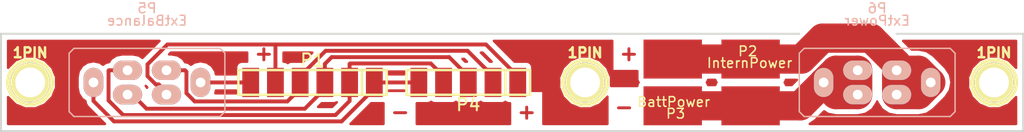
<source format=kicad_pcb>
(kicad_pcb (version 4) (host pcbnew "(2014-08-26 BZR 5100)-product")

  (general
    (links 19)
    (no_connects 0)
    (area 47.899999 134.155 153.100001 148.100001)
    (thickness 1.6)
    (drawings 10)
    (tracks 74)
    (zones 0)
    (modules 9)
    (nets 9)
  )

  (page A4)
  (layers
    (0 F.Cu signal)
    (31 B.Cu signal)
    (32 B.Adhes user)
    (33 F.Adhes user)
    (34 B.Paste user)
    (35 F.Paste user)
    (36 B.SilkS user)
    (37 F.SilkS user)
    (38 B.Mask user)
    (39 F.Mask user)
    (40 Dwgs.User user)
    (41 Cmts.User user)
    (42 Eco1.User user)
    (43 Eco2.User user)
    (44 Edge.Cuts user)
    (45 Margin user)
    (46 B.CrtYd user)
    (47 F.CrtYd user)
    (48 B.Fab user)
    (49 F.Fab user)
  )

  (setup
    (last_trace_width 0.4)
    (trace_clearance 0.25)
    (zone_clearance 0.508)
    (zone_45_only no)
    (trace_min 0.254)
    (segment_width 0.2)
    (edge_width 0.1)
    (via_size 0.889)
    (via_drill 0.635)
    (via_min_size 0.889)
    (via_min_drill 0.508)
    (uvia_size 0.508)
    (uvia_drill 0.127)
    (uvias_allowed no)
    (uvia_min_size 0.508)
    (uvia_min_drill 0.127)
    (pcb_text_width 0.3)
    (pcb_text_size 1.5 1.5)
    (mod_edge_width 0.15)
    (mod_text_size 1 1)
    (mod_text_width 0.15)
    (pad_size 1.7272 3)
    (pad_drill 0)
    (pad_to_mask_clearance 0)
    (aux_axis_origin 0 0)
    (visible_elements FFFFFF7F)
    (pcbplotparams
      (layerselection 0x00030_80000001)
      (usegerberextensions false)
      (excludeedgelayer true)
      (linewidth 0.200000)
      (plotframeref false)
      (viasonmask false)
      (mode 1)
      (useauxorigin false)
      (hpglpennumber 1)
      (hpglpenspeed 20)
      (hpglpendiameter 15)
      (hpglpenoverlay 2)
      (psnegative false)
      (psa4output false)
      (plotreference true)
      (plotvalue true)
      (plotinvisibletext false)
      (padsonsilk false)
      (subtractmaskfromsilk false)
      (outputformat 1)
      (mirror false)
      (drillshape 1)
      (scaleselection 1)
      (outputdirectory ""))
  )

  (net 0 "")
  (net 1 "Net-(P1-Pad5)")
  (net 2 "Net-(P1-Pad4)")
  (net 3 "Net-(P1-Pad3)")
  (net 4 "Net-(P1-Pad2)")
  (net 5 "Net-(P1-Pad1)")
  (net 6 "Net-(P1-Pad6)")
  (net 7 /Power-)
  (net 8 /Power+)

  (net_class Default "This is the default net class."
    (clearance 0.25)
    (trace_width 0.4)
    (via_dia 0.889)
    (via_drill 0.635)
    (uvia_dia 0.508)
    (uvia_drill 0.127)
    (add_net "Net-(P1-Pad1)")
    (add_net "Net-(P1-Pad2)")
    (add_net "Net-(P1-Pad3)")
    (add_net "Net-(P1-Pad4)")
    (add_net "Net-(P1-Pad5)")
    (add_net "Net-(P1-Pad6)")
  )

  (net_class Power ""
    (clearance 0.3)
    (trace_width 3)
    (via_dia 0.889)
    (via_drill 0.635)
    (uvia_dia 0.508)
    (uvia_drill 0.127)
    (add_net /Power+)
    (add_net /Power-)
  )

  (module "Battery System:PowerConnect_Handsolder" (layer F.Cu) (tedit 53FCA836) (tstamp 53FF30F4)
    (at 117 143)
    (path /53FC93C6)
    (fp_text reference P3 (at 0.3 3.2) (layer F.SilkS)
      (effects (font (size 1 1) (thickness 0.15)))
    )
    (fp_text value BattPower (at 0.1 2) (layer F.SilkS)
      (effects (font (size 1 1) (thickness 0.15)))
    )
    (pad 1 smd rect (at 0 -2.4) (size 6 4) (layers F.Cu F.Paste F.Mask)
      (net 8 /Power+))
    (pad 2 smd rect (at 0 2.4) (size 6 4) (layers F.Cu F.Paste F.Mask)
      (net 7 /Power-))
  )

  (module Pin_Headers:Pin_Header_Straight_1x05 (layer F.Cu) (tedit 53FF3670) (tstamp 53FF3104)
    (at 96 143 180)
    (descr "1 pin")
    (tags "CONN DEV")
    (path /53FC9493)
    (fp_text reference P4 (at 0 -2.286 180) (layer F.SilkS)
      (effects (font (size 1.27 1.27) (thickness 0.2032)))
    )
    (fp_text value BattBalance (at 0 0 180) (layer F.SilkS) hide
      (effects (font (size 1.27 1.27) (thickness 0.2032)))
    )
    (fp_line (start -3.81 -1.27) (end 6.35 -1.27) (layer F.SilkS) (width 0.254))
    (fp_line (start 6.35 -1.27) (end 6.35 1.27) (layer F.SilkS) (width 0.254))
    (fp_line (start 6.35 1.27) (end -3.81 1.27) (layer F.SilkS) (width 0.254))
    (fp_line (start -6.35 -1.27) (end -3.81 -1.27) (layer F.SilkS) (width 0.254))
    (fp_line (start -3.81 -1.27) (end -3.81 1.27) (layer F.SilkS) (width 0.254))
    (fp_line (start -6.35 -1.27) (end -6.35 1.27) (layer F.SilkS) (width 0.254))
    (fp_line (start -6.35 1.27) (end -3.81 1.27) (layer F.SilkS) (width 0.254))
    (pad 1 smd rect (at -5.08 0) (size 1.7272 3) (layers F.Cu F.Paste F.Mask)
      (net 1 "Net-(P1-Pad5)"))
    (pad 2 smd rect (at -2.54 0) (size 1.7272 3) (layers F.Cu F.Paste F.Mask)
      (net 2 "Net-(P1-Pad4)"))
    (pad 3 smd rect (at 0 0) (size 1.7272 3) (layers F.Cu F.Paste F.Mask)
      (net 3 "Net-(P1-Pad3)"))
    (pad 4 smd rect (at 2.54 0) (size 1.7272 3) (layers F.Cu F.Paste F.Mask)
      (net 4 "Net-(P1-Pad2)"))
    (pad 5 smd rect (at 5.08 0) (size 1.7272 3) (layers F.Cu F.Paste F.Mask)
      (net 5 "Net-(P1-Pad1)"))
    (model Pin_Headers/Pin_Header_Straight_1x05.wrl
      (at (xyz 0 0 0))
      (scale (xyz 1 1 1))
      (rotate (xyz 0 0 0))
    )
  )

  (module Socket_Strips:Socket_Strip_Straight_1x06 (layer F.Cu) (tedit 53FF365A) (tstamp 53FF33DA)
    (at 80 143)
    (path /53FCA28B)
    (fp_text reference P1 (at 0 -2.286) (layer F.SilkS)
      (effects (font (size 1.27 1.27) (thickness 0.2032)))
    )
    (fp_text value InternBalance (at 0 0) (layer F.SilkS) hide
      (effects (font (size 1.27 1.27) (thickness 0.2032)))
    )
    (fp_line (start 5.08 -1.27) (end -7.62 -1.27) (layer F.SilkS) (width 0.254))
    (fp_line (start -7.62 -1.27) (end -7.62 1.27) (layer F.SilkS) (width 0.254))
    (fp_line (start -7.62 1.27) (end 5.08 1.27) (layer F.SilkS) (width 0.254))
    (fp_line (start 7.62 -1.27) (end 5.08 -1.27) (layer F.SilkS) (width 0.254))
    (fp_line (start 5.08 -1.27) (end 5.08 1.27) (layer F.SilkS) (width 0.254))
    (fp_line (start 7.62 -1.27) (end 7.62 1.27) (layer F.SilkS) (width 0.254))
    (fp_line (start 7.62 1.27) (end 5.08 1.27) (layer F.SilkS) (width 0.254))
    (pad 1 smd rect (at 6.35 0 180) (size 1.7272 3) (layers F.Cu F.Paste F.Mask)
      (net 5 "Net-(P1-Pad1)"))
    (pad 2 smd rect (at 3.81 0 180) (size 1.7272 3) (layers F.Cu F.Paste F.Mask)
      (net 4 "Net-(P1-Pad2)"))
    (pad 3 smd rect (at 1.27 0 180) (size 1.7272 3) (layers F.Cu F.Paste F.Mask)
      (net 3 "Net-(P1-Pad3)"))
    (pad 4 smd rect (at -1.27 0 180) (size 1.7272 3) (layers F.Cu F.Paste F.Mask)
      (net 2 "Net-(P1-Pad4)"))
    (pad 5 smd rect (at -3.81 0 180) (size 1.7272 3) (layers F.Cu F.Paste F.Mask)
      (net 1 "Net-(P1-Pad5)"))
    (pad 6 smd rect (at -6.35 0 180) (size 1.7272 3) (layers F.Cu F.Paste F.Mask)
      (net 6 "Net-(P1-Pad6)"))
    (model Socket_Strips/Socket_Strip_Straight_1x06.wrl
      (at (xyz 0 0 0))
      (scale (xyz 1 1 1))
      (rotate (xyz 0 0 0))
    )
  )

  (module "Battery System:PowerConnect_Handsolder" (layer F.Cu) (tedit 53FCA836) (tstamp 53FF33E3)
    (at 125 143 180)
    (path /53FCA460)
    (fp_text reference P2 (at 0.3 3.2 180) (layer F.SilkS)
      (effects (font (size 1 1) (thickness 0.15)))
    )
    (fp_text value InternPower (at 0.1 2 180) (layer F.SilkS)
      (effects (font (size 1 1) (thickness 0.15)))
    )
    (pad 1 smd rect (at 0 -2.4 180) (size 6 4) (layers F.Cu F.Paste F.Mask)
      (net 7 /Power-))
    (pad 2 smd rect (at 0 2.4 180) (size 6 4) (layers F.Cu F.Paste F.Mask)
      (net 8 /Power+))
  )

  (module "Battery System:Connector_MPX_6Pin" (layer B.Cu) (tedit 53FF291F) (tstamp 53FF33E8)
    (at 63 143)
    (path /53FC995E)
    (fp_text reference P5 (at 0 -7.62) (layer B.SilkS)
      (effects (font (size 1 1) (thickness 0.15)) (justify mirror))
    )
    (fp_text value ExtBalance (at 0 -6.35) (layer B.SilkS)
      (effects (font (size 1 1) (thickness 0.15)) (justify mirror))
    )
    (fp_line (start -8 0) (end -8 3) (layer B.SilkS) (width 0.15))
    (fp_line (start -8 3) (end -7.5 3.5) (layer B.SilkS) (width 0.15))
    (fp_line (start -7.5 3.5) (end 7.5 3.5) (layer B.SilkS) (width 0.15))
    (fp_line (start 7.5 3.5) (end 8 3) (layer B.SilkS) (width 0.15))
    (fp_line (start 8 3) (end 8 -3) (layer B.SilkS) (width 0.15))
    (fp_line (start 8 -3) (end 7.5 -3.5) (layer B.SilkS) (width 0.15))
    (fp_line (start 7.5 -3.5) (end -7.5 -3.5) (layer B.SilkS) (width 0.15))
    (fp_line (start -7.5 -3.5) (end -8 -3) (layer B.SilkS) (width 0.15))
    (fp_line (start -8 -3) (end -8 0) (layer B.SilkS) (width 0.15))
    (pad 1 thru_hole oval (at -5.5 0 180) (size 2 3) (drill 1) (layers *.Cu *.Mask B.SilkS)
      (net 5 "Net-(P1-Pad1)"))
    (pad 2 thru_hole oval (at -2 -1.25 180) (size 3 2) (drill 1) (layers *.Cu *.Mask B.SilkS)
      (net 4 "Net-(P1-Pad2)"))
    (pad 3 thru_hole oval (at -2 1.25 180) (size 3 2) (drill 1) (layers *.Cu *.Mask B.SilkS)
      (net 3 "Net-(P1-Pad3)"))
    (pad 4 thru_hole oval (at 2 -1.25 180) (size 3 2) (drill 1) (layers *.Cu *.Mask B.SilkS)
      (net 2 "Net-(P1-Pad4)"))
    (pad 5 thru_hole oval (at 2 1.25 180) (size 3 2) (drill 1) (layers *.Cu *.Mask B.SilkS)
      (net 1 "Net-(P1-Pad5)"))
    (pad 6 thru_hole oval (at 5.5 0 180) (size 2 3) (drill 1) (layers *.Cu *.Mask B.SilkS)
      (net 6 "Net-(P1-Pad6)"))
  )

  (module "Battery System:Connector_MPX_6Pin" (layer B.Cu) (tedit 53FF291F) (tstamp 53FF33F1)
    (at 138 143)
    (path /53FC9565)
    (fp_text reference P6 (at 0 -7.62) (layer B.SilkS)
      (effects (font (size 1 1) (thickness 0.15)) (justify mirror))
    )
    (fp_text value ExtPower (at 0 -6.35) (layer B.SilkS)
      (effects (font (size 1 1) (thickness 0.15)) (justify mirror))
    )
    (fp_line (start -8 0) (end -8 3) (layer B.SilkS) (width 0.15))
    (fp_line (start -8 3) (end -7.5 3.5) (layer B.SilkS) (width 0.15))
    (fp_line (start -7.5 3.5) (end 7.5 3.5) (layer B.SilkS) (width 0.15))
    (fp_line (start 7.5 3.5) (end 8 3) (layer B.SilkS) (width 0.15))
    (fp_line (start 8 3) (end 8 -3) (layer B.SilkS) (width 0.15))
    (fp_line (start 8 -3) (end 7.5 -3.5) (layer B.SilkS) (width 0.15))
    (fp_line (start 7.5 -3.5) (end -7.5 -3.5) (layer B.SilkS) (width 0.15))
    (fp_line (start -7.5 -3.5) (end -8 -3) (layer B.SilkS) (width 0.15))
    (fp_line (start -8 -3) (end -8 0) (layer B.SilkS) (width 0.15))
    (pad 1 thru_hole oval (at -5.5 0 180) (size 2 3) (drill 1) (layers *.Cu *.Mask B.SilkS)
      (net 7 /Power-))
    (pad 2 thru_hole oval (at -2 -1.25 180) (size 3 2) (drill 1) (layers *.Cu *.Mask B.SilkS)
      (net 7 /Power-))
    (pad 3 thru_hole oval (at -2 1.25 180) (size 3 2) (drill 1) (layers *.Cu *.Mask B.SilkS)
      (net 7 /Power-))
    (pad 4 thru_hole oval (at 2 -1.25 180) (size 3 2) (drill 1) (layers *.Cu *.Mask B.SilkS)
      (net 8 /Power+))
    (pad 5 thru_hole oval (at 2 1.25 180) (size 3 2) (drill 1) (layers *.Cu *.Mask B.SilkS)
      (net 8 /Power+))
    (pad 6 thru_hole oval (at 5.5 0 180) (size 2 3) (drill 1) (layers *.Cu *.Mask B.SilkS)
      (net 8 /Power+))
  )

  (module Connect:1pin (layer F.Cu) (tedit 53FF33D4) (tstamp 53FF33FA)
    (at 51 143)
    (descr "module 1 pin (ou trou mecanique de percage)")
    (tags DEV)
    (fp_text reference 1PIN (at 0 -3.048) (layer F.SilkS)
      (effects (font (size 1.016 1.016) (thickness 0.254)))
    )
    (fp_text value P*** (at 0 2.794) (layer F.SilkS) hide
      (effects (font (size 1.016 1.016) (thickness 0.254)))
    )
    (fp_circle (center 0 0) (end 0 -2.286) (layer F.SilkS) (width 0.381))
    (pad 1 thru_hole circle (at 0 0) (size 4.064 4.064) (drill 3.048) (layers *.Cu *.Mask F.SilkS))
  )

  (module Connect:1pin (layer F.Cu) (tedit 53FF33EC) (tstamp 53FF33FC)
    (at 150 143)
    (descr "module 1 pin (ou trou mecanique de percage)")
    (tags DEV)
    (fp_text reference 1PIN (at 0 -3.048) (layer F.SilkS)
      (effects (font (size 1.016 1.016) (thickness 0.254)))
    )
    (fp_text value P*** (at 0 2.794) (layer F.SilkS) hide
      (effects (font (size 1.016 1.016) (thickness 0.254)))
    )
    (fp_circle (center 0 0) (end 0 -2.286) (layer F.SilkS) (width 0.381))
    (pad 1 thru_hole circle (at 0 0) (size 4.064 4.064) (drill 3.048) (layers *.Cu *.Mask F.SilkS))
  )

  (module Connect:1pin (layer F.Cu) (tedit 53FF3515) (tstamp 53FF3515)
    (at 108 143)
    (descr "module 1 pin (ou trou mecanique de percage)")
    (tags DEV)
    (fp_text reference 1PIN (at 0 -3.048) (layer F.SilkS)
      (effects (font (size 1.016 1.016) (thickness 0.254)))
    )
    (fp_text value P*** (at 0 2.794) (layer F.SilkS) hide
      (effects (font (size 1.016 1.016) (thickness 0.254)))
    )
    (fp_circle (center 0 0) (end 0 -2.286) (layer F.SilkS) (width 0.381))
    (pad 1 thru_hole circle (at 0 0) (size 4.064 4.064) (drill 3.048) (layers *.Cu *.Mask F.SilkS))
  )

  (gr_line (start 130 138) (end 48 138) (layer Edge.Cuts) (width 0.2))
  (gr_line (start 153 138) (end 140 138) (layer Edge.Cuts) (width 0.2))
  (gr_text + (at 75 140) (layer F.Cu)
    (effects (font (size 1.5 1.5) (thickness 0.3)))
  )
  (gr_text - (at 89 146) (layer F.Cu)
    (effects (font (size 1.5 1.5) (thickness 0.3)))
  )
  (gr_text + (at 102 146) (layer F.Cu)
    (effects (font (size 1.5 1.5) (thickness 0.3)))
  )
  (gr_text - (at 112 145.5) (layer F.Cu)
    (effects (font (size 1.5 1.5) (thickness 0.3)))
  )
  (gr_text + (at 112.5 140) (layer F.Cu)
    (effects (font (size 1.5 1.5) (thickness 0.3)))
  )
  (gr_line (start 48 138) (end 48 148) (layer Edge.Cuts) (width 0.2))
  (gr_line (start 153 148) (end 153 138) (layer Edge.Cuts) (width 0.2))
  (gr_line (start 48 148) (end 153 148) (layer Edge.Cuts) (width 0.2))

  (segment (start 97.816369 139.099969) (end 76.192636 139.099969) (width 0.4) (layer F.Cu) (net 1))
  (segment (start 76.192636 139.099969) (end 65.099408 139.099969) (width 0.4) (layer F.Cu) (net 1))
  (segment (start 76.19 143) (end 76.19 141.1) (width 0.4) (layer F.Cu) (net 1))
  (segment (start 76.19 141.1) (end 76.192636 141.097364) (width 0.4) (layer F.Cu) (net 1))
  (segment (start 76.192636 141.097364) (end 76.192636 139.099969) (width 0.4) (layer F.Cu) (net 1))
  (segment (start 101.08 143) (end 101.08 142.3636) (width 0.4) (layer F.Cu) (net 1))
  (segment (start 101.08 142.3636) (end 97.816369 139.099969) (width 0.4) (layer F.Cu) (net 1))
  (segment (start 65.099408 139.099969) (end 63.04999 141.149387) (width 0.4) (layer F.Cu) (net 1))
  (segment (start 63.04999 141.149387) (end 63.04999 142.350613) (width 0.4) (layer F.Cu) (net 1))
  (segment (start 63.04999 142.350613) (end 63.899387 143.20001) (width 0.4) (layer F.Cu) (net 1))
  (segment (start 63.899387 143.20001) (end 64.20001 143.20001) (width 0.4) (layer F.Cu) (net 1))
  (segment (start 64.20001 143.20001) (end 65 144) (width 0.4) (layer F.Cu) (net 1))
  (segment (start 65 144) (end 65 144.25) (width 0.4) (layer F.Cu) (net 1))
  (segment (start 65 141.75) (end 66.9 141.75) (width 0.4) (layer F.Cu) (net 2))
  (segment (start 66.9 141.75) (end 67.04999 141.89999) (width 0.4) (layer F.Cu) (net 2))
  (segment (start 67.04999 141.89999) (end 67.04999 144.100613) (width 0.4) (layer F.Cu) (net 2))
  (segment (start 67.04999 144.100613) (end 67.899378 144.950001) (width 0.4) (layer F.Cu) (net 2))
  (segment (start 67.899378 144.950001) (end 77.416399 144.950001) (width 0.4) (layer F.Cu) (net 2))
  (segment (start 77.416399 144.950001) (end 78.73 143.6364) (width 0.4) (layer F.Cu) (net 2))
  (segment (start 78.73 143.6364) (end 78.73 143) (width 0.4) (layer F.Cu) (net 2))
  (segment (start 78.73 143) (end 78.73 142.3636) (width 0.4) (layer F.Cu) (net 2))
  (segment (start 78.73 142.3636) (end 81.343621 139.749979) (width 0.4) (layer F.Cu) (net 2))
  (segment (start 81.343621 139.749979) (end 95.926379 139.749979) (width 0.4) (layer F.Cu) (net 2))
  (segment (start 95.926379 139.749979) (end 98.54 142.3636) (width 0.4) (layer F.Cu) (net 2))
  (segment (start 98.54 142.3636) (end 98.54 143) (width 0.4) (layer F.Cu) (net 2))
  (segment (start 81.27 143) (end 81.27 143.6364) (width 0.4) (layer F.Cu) (net 3))
  (segment (start 81.27 143.6364) (end 79.20639 145.70001) (width 0.4) (layer F.Cu) (net 3))
  (segment (start 79.20639 145.70001) (end 62.95001 145.70001) (width 0.4) (layer F.Cu) (net 3))
  (segment (start 62.95001 145.70001) (end 61.5 144.25) (width 0.4) (layer F.Cu) (net 3))
  (segment (start 61.5 144.25) (end 61 144.25) (width 0.4) (layer F.Cu) (net 3))
  (segment (start 81.27 143) (end 81.27 141.1) (width 0.4) (layer F.Cu) (net 3))
  (segment (start 81.970011 140.399989) (end 94.036389 140.399989) (width 0.4) (layer F.Cu) (net 3))
  (segment (start 94.036389 140.399989) (end 96 142.3636) (width 0.4) (layer F.Cu) (net 3))
  (segment (start 81.27 141.1) (end 81.970011 140.399989) (width 0.4) (layer F.Cu) (net 3))
  (segment (start 96 142.3636) (end 96 143) (width 0.4) (layer F.Cu) (net 3))
  (segment (start 61 141.75) (end 59.1 141.75) (width 0.4) (layer F.Cu) (net 4))
  (segment (start 59.1 141.75) (end 59.04999 141.80001) (width 0.4) (layer F.Cu) (net 4))
  (segment (start 59.04999 141.80001) (end 59.04999 144.850613) (width 0.4) (layer F.Cu) (net 4))
  (segment (start 59.04999 144.850613) (end 60.549397 146.35002) (width 0.4) (layer F.Cu) (net 4))
  (segment (start 60.549397 146.35002) (end 82.35998 146.35002) (width 0.4) (layer F.Cu) (net 4))
  (segment (start 82.35998 146.35002) (end 83.81 144.9) (width 0.4) (layer F.Cu) (net 4))
  (segment (start 83.81 144.9) (end 83.81 143) (width 0.4) (layer F.Cu) (net 4))
  (segment (start 83.81 143.6364) (end 83.81 143) (width 0.4) (layer F.Cu) (net 4))
  (segment (start 83.81 143) (end 83.81 141.1) (width 0.4) (layer F.Cu) (net 4))
  (segment (start 83.81 141.1) (end 83.860001 141.049999) (width 0.4) (layer F.Cu) (net 4))
  (segment (start 83.860001 141.049999) (end 92.146399 141.049999) (width 0.4) (layer F.Cu) (net 4))
  (segment (start 92.146399 141.049999) (end 93.46 142.3636) (width 0.4) (layer F.Cu) (net 4))
  (segment (start 93.46 142.3636) (end 93.46 143) (width 0.4) (layer F.Cu) (net 4))
  (segment (start 57.5 143) (end 57.5 144.9) (width 0.4) (layer F.Cu) (net 5))
  (segment (start 57.5 144.9) (end 59.60003 147.00003) (width 0.4) (layer F.Cu) (net 5))
  (segment (start 82.98637 147.00003) (end 86.35 143.6364) (width 0.4) (layer F.Cu) (net 5))
  (segment (start 59.60003 147.00003) (end 82.98637 147.00003) (width 0.4) (layer F.Cu) (net 5))
  (segment (start 86.35 143.6364) (end 86.35 143) (width 0.4) (layer F.Cu) (net 5))
  (segment (start 86.35 143) (end 90.92 143) (width 0.4) (layer F.Cu) (net 5))
  (segment (start 73.65 143) (end 68.5 143) (width 0.4) (layer F.Cu) (net 6))
  (segment (start 136 141.75) (end 136 144.25) (width 3) (layer F.Cu) (net 7))
  (segment (start 136 144.25) (end 133.75 144.25) (width 3) (layer F.Cu) (net 7))
  (segment (start 133.75 144.25) (end 132.5 143) (width 3) (layer F.Cu) (net 7))
  (segment (start 136 141.75) (end 133.75 141.75) (width 3) (layer F.Cu) (net 7))
  (segment (start 133.75 141.75) (end 132.5 143) (width 3) (layer F.Cu) (net 7))
  (segment (start 130.1 145.4) (end 132.5 143) (width 3) (layer F.Cu) (net 7))
  (segment (start 125 145.4) (end 130.1 145.4) (width 3) (layer F.Cu) (net 7))
  (segment (start 117 145.4) (end 125 145.4) (width 3) (layer F.Cu) (net 7))
  (segment (start 117 140.6) (end 125 140.6) (width 3) (layer F.Cu) (net 8))
  (segment (start 125 140.6) (end 130.233082 140.6) (width 3) (layer F.Cu) (net 8))
  (segment (start 130.233082 140.6) (end 132.383092 138.44999) (width 3) (layer F.Cu) (net 8))
  (segment (start 132.383092 138.44999) (end 137.366908 138.44999) (width 3) (layer F.Cu) (net 8))
  (segment (start 137.366908 138.44999) (end 140 141.083082) (width 3) (layer F.Cu) (net 8))
  (segment (start 140 141.083082) (end 140 141.75) (width 3) (layer F.Cu) (net 8))
  (segment (start 140 144.25) (end 142.25 144.25) (width 3) (layer F.Cu) (net 8))
  (segment (start 142.25 144.25) (end 143.5 143) (width 3) (layer F.Cu) (net 8))
  (segment (start 140 141.75) (end 142.25 141.75) (width 3) (layer F.Cu) (net 8))
  (segment (start 142.25 141.75) (end 143.5 143) (width 3) (layer F.Cu) (net 8))
  (segment (start 140 141.75) (end 140 144.25) (width 3) (layer F.Cu) (net 8))

  (zone (net 0) (net_name "") (layer F.Cu) (tstamp 0) (hatch edge 0.508)
    (connect_pads (clearance 0.508))
    (min_thickness 0.254)
    (fill yes (arc_segments 16) (thermal_gap 0.508) (thermal_bridge_width 0.508))
    (polygon
      (pts
        (xy 48 138) (xy 153 138) (xy 153 148) (xy 48 148)
      )
    )
    (filled_polygon
      (pts
        (xy 63.025812 143.507303) (xy 63 143.545935) (xy 62.870231 143.351722) (xy 63.025812 143.507303)
      )
    )
    (filled_polygon
      (pts
        (xy 64.283509 138.735) (xy 62.534104 140.484404) (xy 62.167514 140.239457) (xy 61.541827 140.115) (xy 60.458173 140.115)
        (xy 59.832486 140.239457) (xy 59.302053 140.59388) (xy 59.08557 140.91787) (xy 58.780459 140.978561) (xy 58.509566 141.159566)
        (xy 58.482852 141.186279) (xy 58.125687 140.94763) (xy 57.5 140.823173) (xy 56.874313 140.94763) (xy 56.34388 141.302053)
        (xy 55.989457 141.832486) (xy 55.865 142.458173) (xy 55.865 143.541827) (xy 55.989457 144.167514) (xy 56.34388 144.697947)
        (xy 56.66787 144.914429) (xy 56.728561 145.219541) (xy 56.909566 145.490434) (xy 58.684132 147.265) (xy 48.735 147.265)
        (xy 48.735 144.502204) (xy 48.737709 144.508761) (xy 49.487293 145.259655) (xy 49.502407 145.265931) (xy 49.506154 145.272168)
        (xy 49.987528 145.46737) (xy 50.467173 145.666536) (xy 50.4787 145.666546) (xy 50.489388 145.67088) (xy 51.008954 145.667008)
        (xy 51.528172 145.667462) (xy 51.538823 145.66306) (xy 51.550357 145.662975) (xy 52.493846 145.272168) (xy 52.496813 145.267227)
        (xy 52.508761 145.262291) (xy 53.259655 144.512707) (xy 53.265931 144.497592) (xy 53.272168 144.493846) (xy 53.46737 144.012471)
        (xy 53.666536 143.532827) (xy 53.666546 143.521299) (xy 53.67088 143.510612) (xy 53.667008 142.991045) (xy 53.667462 142.471828)
        (xy 53.66306 142.461176) (xy 53.662975 142.449643) (xy 53.272168 141.506154) (xy 53.267227 141.503186) (xy 53.262291 141.491239)
        (xy 52.512707 140.740345) (xy 52.497592 140.734068) (xy 52.493846 140.727832) (xy 52.012471 140.532629) (xy 51.532827 140.333464)
        (xy 51.521299 140.333453) (xy 51.510612 140.32912) (xy 50.991045 140.332991) (xy 50.471828 140.332538) (xy 50.461176 140.336939)
        (xy 50.449643 140.337025) (xy 49.506154 140.727832) (xy 49.503186 140.732772) (xy 49.491239 140.737709) (xy 48.740345 141.487293)
        (xy 48.735 141.500165) (xy 48.735 138.735) (xy 64.283509 138.735)
      )
    )
    (filled_polygon
      (pts
        (xy 72.1514 144.115001) (xy 70.020988 144.115001) (xy 70.076684 143.835) (xy 72.1514 143.835) (xy 72.1514 144.115001)
      )
    )
    (filled_polygon
      (pts
        (xy 73.286429 140.865) (xy 72.660091 140.865) (xy 72.426702 140.961673) (xy 72.248073 141.140301) (xy 72.1514 141.37369)
        (xy 72.1514 141.626309) (xy 72.1514 142.165) (xy 70.076684 142.165) (xy 70.010543 141.832486) (xy 69.65612 141.302053)
        (xy 69.125687 140.94763) (xy 68.5 140.823173) (xy 67.874313 140.94763) (xy 67.517147 141.186279) (xy 67.490434 141.159566)
        (xy 67.219541 140.978561) (xy 66.914429 140.91787) (xy 66.697947 140.59388) (xy 66.167514 140.239457) (xy 65.541827 140.115)
        (xy 65.265244 140.115) (xy 65.445276 139.934969) (xy 73.286429 139.934969) (xy 73.286429 140.865)
      )
    )
    (filled_polygon
      (pts
        (xy 79.977763 139.934969) (xy 79.047732 140.865) (xy 77.740091 140.865) (xy 77.506702 140.961673) (xy 77.46 141.008374)
        (xy 77.413299 140.961673) (xy 77.17991 140.865) (xy 77.027636 140.865) (xy 77.027636 139.934969) (xy 79.977763 139.934969)
      )
    )
    (filled_polygon
      (pts
        (xy 82.489042 145.040089) (xy 82.014111 145.51502) (xy 80.572248 145.51502) (xy 80.952268 145.135) (xy 82.259909 145.135)
        (xy 82.489042 145.040089)
      )
    )
    (filled_polygon
      (pts
        (xy 87.286429 147.265) (xy 83.902268 147.265) (xy 86.032268 145.135) (xy 87.286429 145.135) (xy 87.286429 147.265)
      )
    )
    (filled_polygon
      (pts
        (xy 89.4214 142.165) (xy 87.8486 142.165) (xy 87.8486 141.884999) (xy 89.4214 141.884999) (xy 89.4214 142.165)
      )
    )
    (filled_polygon
      (pts
        (xy 89.4214 143.865) (xy 87.8486 143.865) (xy 87.8486 143.835) (xy 89.4214 143.835) (xy 89.4214 143.865)
      )
    )
    (filled_polygon
      (pts
        (xy 95.860531 140.865) (xy 95.682268 140.865) (xy 95.402247 140.584979) (xy 95.580511 140.584979) (xy 95.860531 140.865)
      )
    )
    (filled_polygon
      (pts
        (xy 98.400532 140.865) (xy 98.222268 140.865) (xy 97.292237 139.934969) (xy 97.4705 139.934969) (xy 98.400532 140.865)
      )
    )
    (filled_polygon
      (pts
        (xy 100.286429 147.265) (xy 90.713572 147.265) (xy 90.713572 145.135) (xy 91.909909 145.135) (xy 92.143298 145.038327)
        (xy 92.189999 144.991625) (xy 92.236701 145.038327) (xy 92.47009 145.135) (xy 92.722709 145.135) (xy 94.449909 145.135)
        (xy 94.683298 145.038327) (xy 94.729999 144.991625) (xy 94.776701 145.038327) (xy 95.01009 145.135) (xy 95.262709 145.135)
        (xy 96.989909 145.135) (xy 97.223298 145.038327) (xy 97.269999 144.991625) (xy 97.316701 145.038327) (xy 97.55009 145.135)
        (xy 97.802709 145.135) (xy 99.529909 145.135) (xy 99.763298 145.038327) (xy 99.809999 144.991625) (xy 99.856701 145.038327)
        (xy 100.09009 145.135) (xy 100.286429 145.135) (xy 100.286429 147.265)
      )
    )
    (filled_polygon
      (pts
        (xy 113.501974 142.999999) (xy 113.461673 143.040301) (xy 113.365 143.27369) (xy 113.365 143.365) (xy 110.669795 143.365)
        (xy 110.667008 142.991045) (xy 110.667462 142.471828) (xy 110.66306 142.461176) (xy 110.662975 142.449643) (xy 110.272168 141.506154)
        (xy 110.267227 141.503186) (xy 110.262291 141.491239) (xy 109.512707 140.740345) (xy 109.497592 140.734068) (xy 109.493846 140.727832)
        (xy 109.012471 140.532629) (xy 108.532827 140.333464) (xy 108.521299 140.333453) (xy 108.510612 140.32912) (xy 107.991045 140.332991)
        (xy 107.471828 140.332538) (xy 107.461176 140.336939) (xy 107.449643 140.337025) (xy 106.506154 140.727832) (xy 106.503186 140.732772)
        (xy 106.491239 140.737709) (xy 105.740345 141.487293) (xy 105.734068 141.502407) (xy 105.727832 141.506154) (xy 105.532629 141.987528)
        (xy 105.333464 142.467173) (xy 105.333453 142.4787) (xy 105.32912 142.489388) (xy 105.332991 143.008954) (xy 105.332538 143.528172)
        (xy 105.336939 143.538823) (xy 105.337025 143.550357) (xy 105.727832 144.493846) (xy 105.732772 144.496813) (xy 105.737709 144.508761)
        (xy 106.487293 145.259655) (xy 106.502407 145.265931) (xy 106.506154 145.272168) (xy 106.987528 145.46737) (xy 107.467173 145.666536)
        (xy 107.4787 145.666546) (xy 107.489388 145.67088) (xy 108.008954 145.667008) (xy 108.528172 145.667462) (xy 108.538823 145.66306)
        (xy 108.550357 145.662975) (xy 109.493846 145.272168) (xy 109.496813 145.267227) (xy 109.508761 145.262291) (xy 110.259655 144.512707)
        (xy 110.265931 144.497592) (xy 110.272168 144.493846) (xy 110.286429 144.458678) (xy 110.286429 147.265) (xy 103.713572 147.265)
        (xy 103.713572 143.865) (xy 102.5786 143.865) (xy 102.5786 141.373691) (xy 102.481927 141.140302) (xy 102.303299 140.961673)
        (xy 102.06991 140.865) (xy 101.817291 140.865) (xy 100.762268 140.865) (xy 98.632268 138.735) (xy 110.786429 138.735)
        (xy 110.786429 141.835) (xy 113.365 141.835) (xy 113.365 142.726309) (xy 113.461673 142.959698) (xy 113.501974 142.999999)
      )
    )
    (filled_polygon
      (pts
        (xy 121.501974 142.999999) (xy 121.461673 143.040301) (xy 121.368599 143.265) (xy 120.6314 143.265) (xy 120.538327 143.040302)
        (xy 120.498025 143) (xy 120.538327 142.959699) (xy 120.6314 142.735) (xy 121.368599 142.735) (xy 121.461673 142.959698)
        (xy 121.501974 142.999999)
      )
    )
    (filled_polygon
      (pts
        (xy 129.745654 142.735) (xy 129.215654 143.265) (xy 128.6314 143.265) (xy 128.538327 143.040302) (xy 128.498025 143)
        (xy 128.538327 142.959699) (xy 128.6314 142.735) (xy 129.745654 142.735)
      )
    )
    (filled_polygon
      (pts
        (xy 152.265 147.265) (xy 131.077888 147.265) (xy 131.609673 146.909673) (xy 132.551652 145.967693) (xy 132.932971 146.222483)
        (xy 133.75 146.385) (xy 136 146.385) (xy 136.817029 146.222483) (xy 137.509673 145.759673) (xy 137.972483 145.067029)
        (xy 137.992813 144.964819) (xy 138 144.954064) (xy 138.007186 144.964819) (xy 138.027517 145.067029) (xy 138.490327 145.759673)
        (xy 139.182971 146.222483) (xy 140 146.385) (xy 142.25 146.385) (xy 143.067029 146.222483) (xy 143.759673 145.759673)
        (xy 145.009673 144.509673) (xy 145.472483 143.817029) (xy 145.635 143) (xy 145.472483 142.182971) (xy 145.009673 141.490327)
        (xy 143.759673 140.240327) (xy 143.067029 139.777517) (xy 142.25 139.615) (xy 141.537463 139.615) (xy 141.509673 139.573409)
        (xy 140.671264 138.735) (xy 152.265 138.735) (xy 152.265 141.497795) (xy 152.262291 141.491239) (xy 151.512707 140.740345)
        (xy 151.497592 140.734068) (xy 151.493846 140.727832) (xy 151.012471 140.532629) (xy 150.532827 140.333464) (xy 150.521299 140.333453)
        (xy 150.510612 140.32912) (xy 149.991045 140.332991) (xy 149.471828 140.332538) (xy 149.461176 140.336939) (xy 149.449643 140.337025)
        (xy 148.506154 140.727832) (xy 148.503186 140.732772) (xy 148.491239 140.737709) (xy 147.740345 141.487293) (xy 147.734068 141.502407)
        (xy 147.727832 141.506154) (xy 147.532629 141.987528) (xy 147.333464 142.467173) (xy 147.333453 142.4787) (xy 147.32912 142.489388)
        (xy 147.332991 143.008954) (xy 147.332538 143.528172) (xy 147.336939 143.538823) (xy 147.337025 143.550357) (xy 147.727832 144.493846)
        (xy 147.732772 144.496813) (xy 147.737709 144.508761) (xy 148.487293 145.259655) (xy 148.502407 145.265931) (xy 148.506154 145.272168)
        (xy 148.987528 145.46737) (xy 149.467173 145.666536) (xy 149.4787 145.666546) (xy 149.489388 145.67088) (xy 150.008954 145.667008)
        (xy 150.528172 145.667462) (xy 150.538823 145.66306) (xy 150.550357 145.662975) (xy 151.493846 145.272168) (xy 151.496813 145.267227)
        (xy 151.508761 145.262291) (xy 152.259655 144.512707) (xy 152.265 144.499834) (xy 152.265 147.265)
      )
    )
  )
)

</source>
